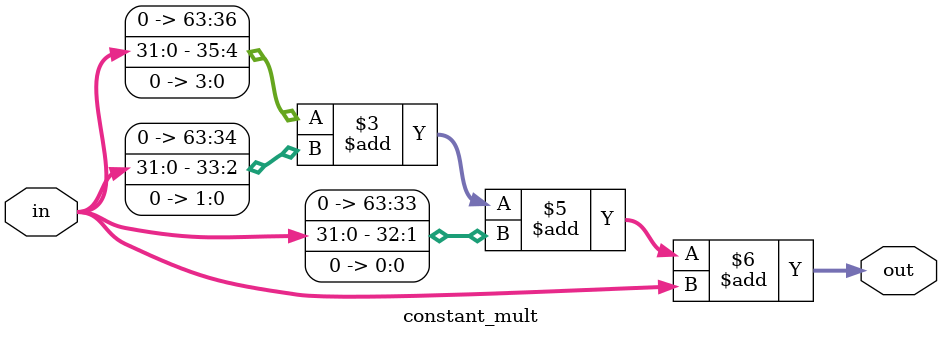
<source format=sv>
module constant_mult  (input logic [31:0] in,
                        output logic [63:0] out);

  //Multiply by 23
  //out = (16 + 4 + 2 + 1)*in
  assign out = (in << 4) + (in << 2) + (in << 1) + in ;
  //assign out = in * 5'd23;

  //Multiply by 15
  // (16 - 1)*in
  //assign out = (in << 4) - in ;
//   assign out = in * 4'd15;
   
endmodule

</source>
